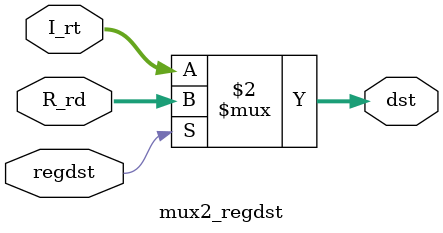
<source format=v>
`timescale 1ns / 1ps


module mux2_regdst(
input regdst,
input [4:0]R_rd,
input [4:0]I_rt,
output [4:0]dst
    );
assign dst=(regdst!=0)?R_rd:I_rt; 
endmodule

</source>
